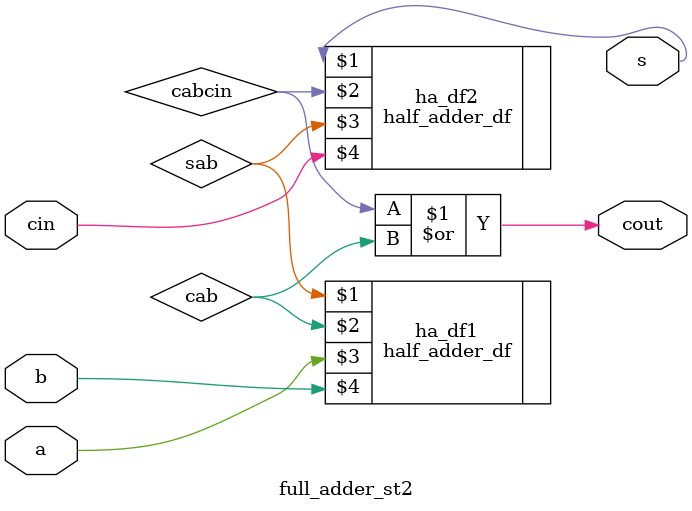
<source format=v>

`timescale 1ps / 1ps


module full_adder_st2 (s ,cout ,a ,b ,cin);	   	
	input a ,b ,cin;
	output s, cout;
	
	wire sab, cab, cabcin;
	
	half_adder_df ha_df1(sab, cab, a, b);
	half_adder_df ha_df2(s, cabcin, sab, cin);
	
	or or1(cout, cabcin, cab); 

endmodule

</source>
